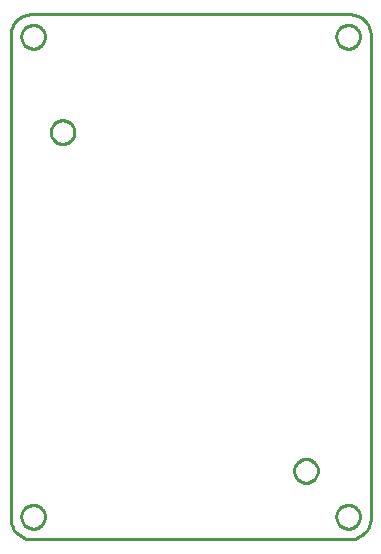
<source format=gbr>
G04 EAGLE Gerber RS-274X export*
G75*
%MOMM*%
%FSLAX34Y34*%
%LPD*%
%IN*%
%IPPOS*%
%AMOC8*
5,1,8,0,0,1.08239X$1,22.5*%
G01*
%ADD10C,0.254000*%


D10*
X0Y17780D02*
X68Y16230D01*
X270Y14693D01*
X606Y13178D01*
X1072Y11699D01*
X1666Y10266D01*
X2382Y8890D01*
X3215Y7582D01*
X4160Y6351D01*
X5208Y5208D01*
X6351Y4160D01*
X7582Y3215D01*
X8890Y2382D01*
X10266Y1666D01*
X11699Y1072D01*
X13178Y606D01*
X14693Y270D01*
X16230Y68D01*
X17780Y0D01*
X287020Y0D01*
X288570Y68D01*
X290107Y270D01*
X291622Y606D01*
X293101Y1072D01*
X294534Y1666D01*
X295910Y2382D01*
X297218Y3215D01*
X298449Y4160D01*
X299592Y5208D01*
X300640Y6351D01*
X301585Y7582D01*
X302418Y8890D01*
X303134Y10266D01*
X303728Y11699D01*
X304194Y13178D01*
X304530Y14693D01*
X304732Y16230D01*
X304800Y17780D01*
X304800Y426720D01*
X304732Y428270D01*
X304530Y429807D01*
X304194Y431322D01*
X303728Y432801D01*
X303134Y434234D01*
X302418Y435610D01*
X301585Y436918D01*
X300640Y438149D01*
X299592Y439292D01*
X298449Y440340D01*
X297218Y441285D01*
X295910Y442118D01*
X294534Y442834D01*
X293101Y443428D01*
X291622Y443894D01*
X290107Y444230D01*
X288570Y444432D01*
X287020Y444500D01*
X17780Y444500D01*
X16230Y444432D01*
X14693Y444230D01*
X13178Y443894D01*
X11699Y443428D01*
X10266Y442834D01*
X8890Y442118D01*
X7582Y441285D01*
X6351Y440340D01*
X5208Y439292D01*
X4160Y438149D01*
X3215Y436918D01*
X2382Y435610D01*
X1666Y434234D01*
X1072Y432801D01*
X606Y431322D01*
X270Y429807D01*
X68Y428270D01*
X0Y426720D01*
X0Y17780D01*
X295750Y18613D02*
X295674Y17744D01*
X295522Y16884D01*
X295296Y16040D01*
X294998Y15220D01*
X294629Y14428D01*
X294192Y13672D01*
X293691Y12957D01*
X293130Y12288D01*
X292512Y11670D01*
X291843Y11109D01*
X291128Y10608D01*
X290372Y10171D01*
X289580Y9802D01*
X288760Y9504D01*
X287916Y9278D01*
X287057Y9126D01*
X286187Y9050D01*
X285313Y9050D01*
X284444Y9126D01*
X283584Y9278D01*
X282740Y9504D01*
X281920Y9802D01*
X281128Y10171D01*
X280372Y10608D01*
X279657Y11109D01*
X278988Y11670D01*
X278370Y12288D01*
X277809Y12957D01*
X277308Y13672D01*
X276871Y14428D01*
X276502Y15220D01*
X276204Y16040D01*
X275978Y16884D01*
X275826Y17744D01*
X275750Y18613D01*
X275750Y19487D01*
X275826Y20357D01*
X275978Y21216D01*
X276204Y22060D01*
X276502Y22880D01*
X276871Y23672D01*
X277308Y24428D01*
X277809Y25143D01*
X278370Y25812D01*
X278988Y26430D01*
X279657Y26991D01*
X280372Y27492D01*
X281128Y27929D01*
X281920Y28298D01*
X282740Y28596D01*
X283584Y28822D01*
X284444Y28974D01*
X285313Y29050D01*
X286187Y29050D01*
X287057Y28974D01*
X287916Y28822D01*
X288760Y28596D01*
X289580Y28298D01*
X290372Y27929D01*
X291128Y27492D01*
X291843Y26991D01*
X292512Y26430D01*
X293130Y25812D01*
X293691Y25143D01*
X294192Y24428D01*
X294629Y23672D01*
X294998Y22880D01*
X295296Y22060D01*
X295522Y21216D01*
X295674Y20357D01*
X295750Y19487D01*
X295750Y18613D01*
X29050Y18613D02*
X28974Y17744D01*
X28822Y16884D01*
X28596Y16040D01*
X28298Y15220D01*
X27929Y14428D01*
X27492Y13672D01*
X26991Y12957D01*
X26430Y12288D01*
X25812Y11670D01*
X25143Y11109D01*
X24428Y10608D01*
X23672Y10171D01*
X22880Y9802D01*
X22060Y9504D01*
X21216Y9278D01*
X20357Y9126D01*
X19487Y9050D01*
X18613Y9050D01*
X17744Y9126D01*
X16884Y9278D01*
X16040Y9504D01*
X15220Y9802D01*
X14428Y10171D01*
X13672Y10608D01*
X12957Y11109D01*
X12288Y11670D01*
X11670Y12288D01*
X11109Y12957D01*
X10608Y13672D01*
X10171Y14428D01*
X9802Y15220D01*
X9504Y16040D01*
X9278Y16884D01*
X9126Y17744D01*
X9050Y18613D01*
X9050Y19487D01*
X9126Y20357D01*
X9278Y21216D01*
X9504Y22060D01*
X9802Y22880D01*
X10171Y23672D01*
X10608Y24428D01*
X11109Y25143D01*
X11670Y25812D01*
X12288Y26430D01*
X12957Y26991D01*
X13672Y27492D01*
X14428Y27929D01*
X15220Y28298D01*
X16040Y28596D01*
X16884Y28822D01*
X17744Y28974D01*
X18613Y29050D01*
X19487Y29050D01*
X20357Y28974D01*
X21216Y28822D01*
X22060Y28596D01*
X22880Y28298D01*
X23672Y27929D01*
X24428Y27492D01*
X25143Y26991D01*
X25812Y26430D01*
X26430Y25812D01*
X26991Y25143D01*
X27492Y24428D01*
X27929Y23672D01*
X28298Y22880D01*
X28596Y22060D01*
X28822Y21216D01*
X28974Y20357D01*
X29050Y19487D01*
X29050Y18613D01*
X29050Y425013D02*
X28974Y424144D01*
X28822Y423284D01*
X28596Y422440D01*
X28298Y421620D01*
X27929Y420828D01*
X27492Y420072D01*
X26991Y419357D01*
X26430Y418688D01*
X25812Y418070D01*
X25143Y417509D01*
X24428Y417008D01*
X23672Y416571D01*
X22880Y416202D01*
X22060Y415904D01*
X21216Y415678D01*
X20357Y415526D01*
X19487Y415450D01*
X18613Y415450D01*
X17744Y415526D01*
X16884Y415678D01*
X16040Y415904D01*
X15220Y416202D01*
X14428Y416571D01*
X13672Y417008D01*
X12957Y417509D01*
X12288Y418070D01*
X11670Y418688D01*
X11109Y419357D01*
X10608Y420072D01*
X10171Y420828D01*
X9802Y421620D01*
X9504Y422440D01*
X9278Y423284D01*
X9126Y424144D01*
X9050Y425013D01*
X9050Y425887D01*
X9126Y426757D01*
X9278Y427616D01*
X9504Y428460D01*
X9802Y429280D01*
X10171Y430072D01*
X10608Y430828D01*
X11109Y431543D01*
X11670Y432212D01*
X12288Y432830D01*
X12957Y433391D01*
X13672Y433892D01*
X14428Y434329D01*
X15220Y434698D01*
X16040Y434996D01*
X16884Y435222D01*
X17744Y435374D01*
X18613Y435450D01*
X19487Y435450D01*
X20357Y435374D01*
X21216Y435222D01*
X22060Y434996D01*
X22880Y434698D01*
X23672Y434329D01*
X24428Y433892D01*
X25143Y433391D01*
X25812Y432830D01*
X26430Y432212D01*
X26991Y431543D01*
X27492Y430828D01*
X27929Y430072D01*
X28298Y429280D01*
X28596Y428460D01*
X28822Y427616D01*
X28974Y426757D01*
X29050Y425887D01*
X29050Y425013D01*
X295750Y425013D02*
X295674Y424144D01*
X295522Y423284D01*
X295296Y422440D01*
X294998Y421620D01*
X294629Y420828D01*
X294192Y420072D01*
X293691Y419357D01*
X293130Y418688D01*
X292512Y418070D01*
X291843Y417509D01*
X291128Y417008D01*
X290372Y416571D01*
X289580Y416202D01*
X288760Y415904D01*
X287916Y415678D01*
X287057Y415526D01*
X286187Y415450D01*
X285313Y415450D01*
X284444Y415526D01*
X283584Y415678D01*
X282740Y415904D01*
X281920Y416202D01*
X281128Y416571D01*
X280372Y417008D01*
X279657Y417509D01*
X278988Y418070D01*
X278370Y418688D01*
X277809Y419357D01*
X277308Y420072D01*
X276871Y420828D01*
X276502Y421620D01*
X276204Y422440D01*
X275978Y423284D01*
X275826Y424144D01*
X275750Y425013D01*
X275750Y425887D01*
X275826Y426757D01*
X275978Y427616D01*
X276204Y428460D01*
X276502Y429280D01*
X276871Y430072D01*
X277308Y430828D01*
X277809Y431543D01*
X278370Y432212D01*
X278988Y432830D01*
X279657Y433391D01*
X280372Y433892D01*
X281128Y434329D01*
X281920Y434698D01*
X282740Y434996D01*
X283584Y435222D01*
X284444Y435374D01*
X285313Y435450D01*
X286187Y435450D01*
X287057Y435374D01*
X287916Y435222D01*
X288760Y434996D01*
X289580Y434698D01*
X290372Y434329D01*
X291128Y433892D01*
X291843Y433391D01*
X292512Y432830D01*
X293130Y432212D01*
X293691Y431543D01*
X294192Y430828D01*
X294629Y430072D01*
X294998Y429280D01*
X295296Y428460D01*
X295522Y427616D01*
X295674Y426757D01*
X295750Y425887D01*
X295750Y425013D01*
X34100Y344363D02*
X34176Y343494D01*
X34328Y342634D01*
X34554Y341790D01*
X34852Y340970D01*
X35221Y340178D01*
X35658Y339422D01*
X36159Y338707D01*
X36720Y338038D01*
X37338Y337420D01*
X38007Y336859D01*
X38722Y336358D01*
X39478Y335921D01*
X40270Y335552D01*
X41090Y335254D01*
X41934Y335028D01*
X42794Y334876D01*
X43663Y334800D01*
X44537Y334800D01*
X45407Y334876D01*
X46266Y335028D01*
X47110Y335254D01*
X47930Y335552D01*
X48722Y335921D01*
X49478Y336358D01*
X50193Y336859D01*
X50862Y337420D01*
X51480Y338038D01*
X52041Y338707D01*
X52542Y339422D01*
X52979Y340178D01*
X53348Y340970D01*
X53646Y341790D01*
X53872Y342634D01*
X54024Y343494D01*
X54100Y344363D01*
X54100Y345237D01*
X54024Y346107D01*
X53872Y346966D01*
X53646Y347810D01*
X53348Y348630D01*
X52979Y349422D01*
X52542Y350178D01*
X52041Y350893D01*
X51480Y351562D01*
X50862Y352180D01*
X50193Y352741D01*
X49478Y353242D01*
X48722Y353679D01*
X47930Y354048D01*
X47110Y354346D01*
X46266Y354572D01*
X45407Y354724D01*
X44537Y354800D01*
X43663Y354800D01*
X42794Y354724D01*
X41934Y354572D01*
X41090Y354346D01*
X40270Y354048D01*
X39478Y353679D01*
X38722Y353242D01*
X38007Y352741D01*
X37338Y352180D01*
X36720Y351562D01*
X36159Y350893D01*
X35658Y350178D01*
X35221Y349422D01*
X34852Y348630D01*
X34554Y347810D01*
X34328Y346966D01*
X34176Y346107D01*
X34100Y345237D01*
X34100Y344363D01*
X240100Y57463D02*
X240176Y56594D01*
X240328Y55734D01*
X240554Y54890D01*
X240852Y54070D01*
X241221Y53278D01*
X241658Y52522D01*
X242159Y51807D01*
X242720Y51138D01*
X243338Y50520D01*
X244007Y49959D01*
X244722Y49458D01*
X245478Y49021D01*
X246270Y48652D01*
X247090Y48354D01*
X247934Y48128D01*
X248794Y47976D01*
X249663Y47900D01*
X250537Y47900D01*
X251407Y47976D01*
X252266Y48128D01*
X253110Y48354D01*
X253930Y48652D01*
X254722Y49021D01*
X255478Y49458D01*
X256193Y49959D01*
X256862Y50520D01*
X257480Y51138D01*
X258041Y51807D01*
X258542Y52522D01*
X258979Y53278D01*
X259348Y54070D01*
X259646Y54890D01*
X259872Y55734D01*
X260024Y56594D01*
X260100Y57463D01*
X260100Y58337D01*
X260024Y59207D01*
X259872Y60066D01*
X259646Y60910D01*
X259348Y61730D01*
X258979Y62522D01*
X258542Y63278D01*
X258041Y63993D01*
X257480Y64662D01*
X256862Y65280D01*
X256193Y65841D01*
X255478Y66342D01*
X254722Y66779D01*
X253930Y67148D01*
X253110Y67446D01*
X252266Y67672D01*
X251407Y67824D01*
X250537Y67900D01*
X249663Y67900D01*
X248794Y67824D01*
X247934Y67672D01*
X247090Y67446D01*
X246270Y67148D01*
X245478Y66779D01*
X244722Y66342D01*
X244007Y65841D01*
X243338Y65280D01*
X242720Y64662D01*
X242159Y63993D01*
X241658Y63278D01*
X241221Y62522D01*
X240852Y61730D01*
X240554Y60910D01*
X240328Y60066D01*
X240176Y59207D01*
X240100Y58337D01*
X240100Y57463D01*
M02*

</source>
